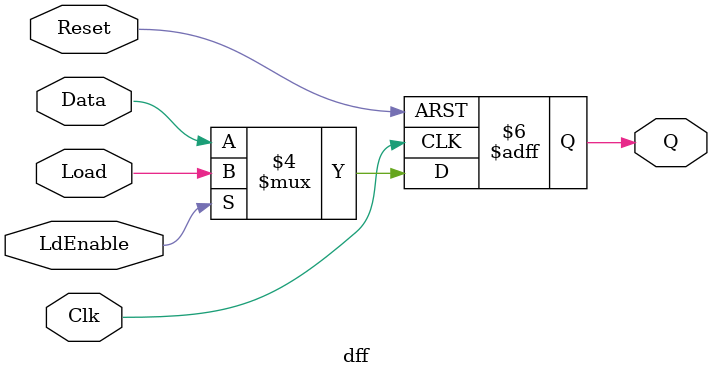
<source format=v>
module dff(
	input Clk, Reset, LdEnable, Data, Load, 
	output reg Q
);
	always @(posedge Clk or negedge Reset) begin
		if (!Reset)
			Q <= 0;
		else if (LdEnable)
			Q <= Load;
		else
			Q <= Data;
	end
	
endmodule

</source>
